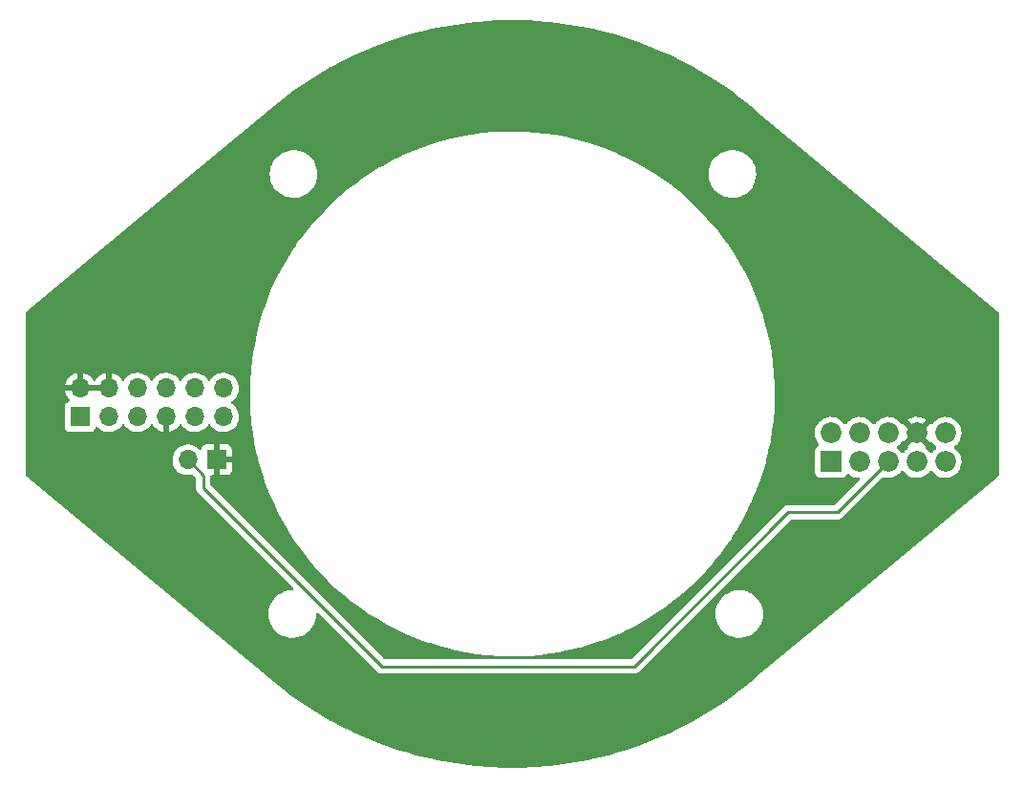
<source format=gbr>
%TF.GenerationSoftware,KiCad,Pcbnew,(6.0.0-0)*%
%TF.CreationDate,2022-02-24T10:59:22-05:00*%
%TF.ProjectId,Rotary,526f7461-7279-42e6-9b69-6361645f7063,rev?*%
%TF.SameCoordinates,Original*%
%TF.FileFunction,Copper,L4,Bot*%
%TF.FilePolarity,Positive*%
%FSLAX46Y46*%
G04 Gerber Fmt 4.6, Leading zero omitted, Abs format (unit mm)*
G04 Created by KiCad (PCBNEW (6.0.0-0)) date 2022-02-24 10:59:22*
%MOMM*%
%LPD*%
G01*
G04 APERTURE LIST*
%TA.AperFunction,ComponentPad*%
%ADD10O,1.700000X1.700000*%
%TD*%
%TA.AperFunction,ComponentPad*%
%ADD11R,1.700000X1.700000*%
%TD*%
%TA.AperFunction,ComponentPad*%
%ADD12R,1.836000X1.836000*%
%TD*%
%TA.AperFunction,ComponentPad*%
%ADD13C,1.836000*%
%TD*%
%TA.AperFunction,Conductor*%
%ADD14C,0.250000*%
%TD*%
G04 APERTURE END LIST*
D10*
%TO.P,J3,2,Pin_2*%
%TO.N,RTR_LIMIT*%
X117870000Y-103340000D03*
D11*
%TO.P,J3,1,Pin_1*%
%TO.N,GND*%
X120410000Y-103340000D03*
%TD*%
D12*
%TO.P,J2,1,Pin_1*%
%TO.N,RTR_ENB*%
X174853250Y-103503500D03*
D13*
%TO.P,J2,2,Pin_2*%
%TO.N,LKIT_C*%
X174853250Y-100963500D03*
%TO.P,J2,3,Pin_3*%
%TO.N,RTR_ENA*%
X177393250Y-103503500D03*
%TO.P,J2,4,Pin_4*%
%TO.N,LKIT_B*%
X177393250Y-100963500D03*
%TO.P,J2,5,Pin_5*%
%TO.N,RTR_LIMIT*%
X179933250Y-103503500D03*
%TO.P,J2,6,Pin_6*%
%TO.N,LKIT_A*%
X179933250Y-100963500D03*
%TO.P,J2,7,Pin_7*%
%TO.N,5V*%
X182473250Y-103503500D03*
%TO.P,J2,8,Pin_8*%
%TO.N,GND*%
X182473250Y-100963500D03*
%TO.P,J2,9,Pin_9*%
%TO.N,RMOT2*%
X185013250Y-103503500D03*
%TO.P,J2,10,Pin_10*%
%TO.N,RMOT1*%
X185013250Y-100963500D03*
%TD*%
D11*
%TO.P,J1,1,Pin_1*%
%TO.N,RTR_ENB*%
X108320000Y-99520000D03*
D10*
%TO.P,J1,2,Pin_2*%
%TO.N,GND*%
X108320000Y-96980000D03*
%TO.P,J1,3,Pin_3*%
%TO.N,RTR_ENA*%
X110860000Y-99520000D03*
%TO.P,J1,4,Pin_4*%
%TO.N,GND*%
X110860000Y-96980000D03*
%TO.P,J1,5,Pin_5*%
%TO.N,5V*%
X113400000Y-99520000D03*
%TO.P,J1,6,Pin_6*%
X113400000Y-96980000D03*
%TO.P,J1,7,Pin_7*%
%TO.N,GND*%
X115940000Y-99520000D03*
%TO.P,J1,8,Pin_8*%
%TO.N,LKIT_A*%
X115940000Y-96980000D03*
%TO.P,J1,9,Pin_9*%
%TO.N,RMOT1*%
X118480000Y-99520000D03*
%TO.P,J1,10,Pin_10*%
%TO.N,LKIT_B*%
X118480000Y-96980000D03*
%TO.P,J1,11,Pin_11*%
%TO.N,RMOT2*%
X121020000Y-99520000D03*
%TO.P,J1,12,Pin_12*%
%TO.N,LKIT_C*%
X121020000Y-96980000D03*
%TD*%
D14*
%TO.N,RTR_LIMIT*%
X175456750Y-107980000D02*
X171100000Y-107980000D01*
X171100000Y-107980000D02*
X157420000Y-121660000D01*
X119235489Y-104705489D02*
X117870000Y-103340000D01*
X135060000Y-121660000D02*
X119235489Y-105835489D01*
X179933250Y-103503500D02*
X175456750Y-107980000D01*
X119235489Y-105835489D02*
X119235489Y-104705489D01*
X157420000Y-121660000D02*
X135060000Y-121660000D01*
%TD*%
%TA.AperFunction,Conductor*%
%TO.N,GND*%
G36*
X146926719Y-64363028D02*
G01*
X147741021Y-64376785D01*
X147745260Y-64376929D01*
X148006563Y-64390182D01*
X148857858Y-64433360D01*
X148862104Y-64433647D01*
X149522691Y-64489574D01*
X149972216Y-64527632D01*
X149976404Y-64528058D01*
X151082666Y-64659483D01*
X151086876Y-64660055D01*
X152188114Y-64828778D01*
X152192272Y-64829488D01*
X153287160Y-65035309D01*
X153291289Y-65036158D01*
X153828408Y-65156042D01*
X154378587Y-65278842D01*
X154382725Y-65279839D01*
X155100918Y-65465815D01*
X155461224Y-65559116D01*
X155465305Y-65560247D01*
X155807310Y-65661252D01*
X156533711Y-65875782D01*
X156537772Y-65877056D01*
X157594934Y-66228508D01*
X157598950Y-66229919D01*
X158643619Y-66616872D01*
X158647586Y-66618418D01*
X159678608Y-67040445D01*
X159682519Y-67042124D01*
X160698670Y-67498724D01*
X160702521Y-67500533D01*
X161702712Y-67991217D01*
X161706457Y-67993134D01*
X162689512Y-68517328D01*
X162693192Y-68519370D01*
X163657953Y-69076456D01*
X163661603Y-69078646D01*
X164607020Y-69668016D01*
X164610593Y-69670329D01*
X165535505Y-70291258D01*
X165538999Y-70293690D01*
X166288973Y-70834802D01*
X166442433Y-70945525D01*
X166445842Y-70948073D01*
X167326752Y-71630058D01*
X167330074Y-71632721D01*
X168153265Y-72315714D01*
X168168615Y-72330846D01*
X168180935Y-72345271D01*
X168198450Y-72356732D01*
X168211990Y-72365593D01*
X168223480Y-72374079D01*
X172605508Y-76011989D01*
X189642481Y-90155890D01*
X189696483Y-90200722D01*
X189736120Y-90259625D01*
X189742000Y-90297668D01*
X189742000Y-104702332D01*
X189721998Y-104770453D01*
X189696484Y-104799277D01*
X177763368Y-114706015D01*
X168229420Y-122620991D01*
X168215337Y-122631129D01*
X168190449Y-122646560D01*
X168172505Y-122666559D01*
X168159177Y-122679381D01*
X167330074Y-123367279D01*
X167326752Y-123369942D01*
X166445842Y-124051927D01*
X166442436Y-124054473D01*
X166266344Y-124181525D01*
X165538999Y-124706310D01*
X165535505Y-124708742D01*
X164610593Y-125329671D01*
X164607020Y-125331984D01*
X163661603Y-125921354D01*
X163657959Y-125923541D01*
X162693192Y-126480630D01*
X162689512Y-126482672D01*
X161706457Y-127006866D01*
X161702712Y-127008783D01*
X160957777Y-127374241D01*
X160702523Y-127499466D01*
X160698670Y-127501276D01*
X159682519Y-127957876D01*
X159678608Y-127959555D01*
X158647586Y-128381582D01*
X158643619Y-128383128D01*
X157598950Y-128770081D01*
X157594934Y-128771492D01*
X156537772Y-129122944D01*
X156533711Y-129124218D01*
X155824853Y-129333567D01*
X155465305Y-129439753D01*
X155461224Y-129440884D01*
X155100918Y-129534185D01*
X154382725Y-129720161D01*
X154378587Y-129721158D01*
X153828408Y-129843958D01*
X153291289Y-129963842D01*
X153287160Y-129964691D01*
X152192272Y-130170512D01*
X152188114Y-130171222D01*
X151086880Y-130339945D01*
X151082666Y-130340517D01*
X149976404Y-130471942D01*
X149972216Y-130472368D01*
X149522691Y-130510426D01*
X148862104Y-130566353D01*
X148857858Y-130566640D01*
X148006563Y-130609818D01*
X147745260Y-130623071D01*
X147741021Y-130623215D01*
X146926719Y-130636972D01*
X146627128Y-130642033D01*
X146622872Y-130642033D01*
X146323281Y-130636972D01*
X145508979Y-130623215D01*
X145504740Y-130623071D01*
X145243437Y-130609818D01*
X144392142Y-130566640D01*
X144387896Y-130566353D01*
X143727309Y-130510426D01*
X143277784Y-130472368D01*
X143273596Y-130471942D01*
X142167334Y-130340517D01*
X142163120Y-130339945D01*
X141061886Y-130171222D01*
X141057728Y-130170512D01*
X139962840Y-129964691D01*
X139958711Y-129963842D01*
X139421592Y-129843958D01*
X138871413Y-129721158D01*
X138867275Y-129720161D01*
X138149082Y-129534185D01*
X137788776Y-129440884D01*
X137784695Y-129439753D01*
X137425147Y-129333567D01*
X136716289Y-129124218D01*
X136712228Y-129122944D01*
X135655066Y-128771492D01*
X135651050Y-128770081D01*
X134606381Y-128383128D01*
X134602414Y-128381582D01*
X133571392Y-127959555D01*
X133567481Y-127957876D01*
X132551330Y-127501276D01*
X132547477Y-127499466D01*
X132292223Y-127374241D01*
X131547288Y-127008783D01*
X131543543Y-127006866D01*
X130560488Y-126482672D01*
X130556808Y-126480630D01*
X129592041Y-125923541D01*
X129588397Y-125921354D01*
X128642980Y-125331984D01*
X128639407Y-125329671D01*
X127714495Y-124708742D01*
X127711001Y-124706310D01*
X126983656Y-124181525D01*
X126807564Y-124054473D01*
X126804158Y-124051927D01*
X125923248Y-123369942D01*
X125919926Y-123367279D01*
X125096735Y-122684286D01*
X125081385Y-122669154D01*
X125069065Y-122654729D01*
X125038010Y-122634407D01*
X125026520Y-122625921D01*
X117603030Y-116463024D01*
X103553517Y-104799277D01*
X103513880Y-104740375D01*
X103508000Y-104702332D01*
X103508000Y-103306695D01*
X116507251Y-103306695D01*
X116507548Y-103311848D01*
X116507548Y-103311851D01*
X116519532Y-103519695D01*
X116520110Y-103529715D01*
X116521247Y-103534761D01*
X116521248Y-103534767D01*
X116535606Y-103598475D01*
X116569222Y-103747639D01*
X116653266Y-103954616D01*
X116769987Y-104145088D01*
X116916250Y-104313938D01*
X117088126Y-104456632D01*
X117281000Y-104569338D01*
X117285825Y-104571180D01*
X117285826Y-104571181D01*
X117343326Y-104593138D01*
X117489692Y-104649030D01*
X117494760Y-104650061D01*
X117494763Y-104650062D01*
X117602003Y-104671880D01*
X117708597Y-104693567D01*
X117713772Y-104693757D01*
X117713774Y-104693757D01*
X117926673Y-104701564D01*
X117926677Y-104701564D01*
X117931837Y-104701753D01*
X117936957Y-104701097D01*
X117936959Y-104701097D01*
X118015512Y-104691034D01*
X118153416Y-104673368D01*
X118199826Y-104659444D01*
X118270821Y-104659026D01*
X118325129Y-104691034D01*
X118565084Y-104930989D01*
X118599110Y-104993301D01*
X118601989Y-105020084D01*
X118601989Y-105756722D01*
X118601462Y-105767905D01*
X118599787Y-105775398D01*
X118600036Y-105783324D01*
X118600036Y-105783325D01*
X118601927Y-105843475D01*
X118601989Y-105847434D01*
X118601989Y-105875345D01*
X118602486Y-105879279D01*
X118602486Y-105879280D01*
X118602494Y-105879345D01*
X118603427Y-105891182D01*
X118604816Y-105935378D01*
X118610467Y-105954828D01*
X118614476Y-105974189D01*
X118617015Y-105994286D01*
X118619934Y-106001657D01*
X118619934Y-106001659D01*
X118633293Y-106035401D01*
X118637138Y-106046631D01*
X118649471Y-106089082D01*
X118653504Y-106095901D01*
X118653506Y-106095906D01*
X118659782Y-106106517D01*
X118668477Y-106124265D01*
X118675937Y-106143106D01*
X118680599Y-106149522D01*
X118680599Y-106149523D01*
X118701925Y-106178876D01*
X118708441Y-106188796D01*
X118730947Y-106226851D01*
X118745268Y-106241172D01*
X118758108Y-106256205D01*
X118770017Y-106272596D01*
X118776123Y-106277647D01*
X118804094Y-106300787D01*
X118812873Y-106308777D01*
X127180763Y-114676667D01*
X127214789Y-114738979D01*
X127209724Y-114809794D01*
X127167177Y-114866630D01*
X127100657Y-114891441D01*
X127091015Y-114891760D01*
X127053949Y-114891566D01*
X126996614Y-114891265D01*
X126996608Y-114891265D01*
X126992328Y-114891243D01*
X126988083Y-114891802D01*
X126988081Y-114891802D01*
X126922784Y-114900399D01*
X126707365Y-114928760D01*
X126430129Y-115004603D01*
X126165752Y-115117369D01*
X126162071Y-115119572D01*
X125922806Y-115262768D01*
X125922802Y-115262771D01*
X125919124Y-115264972D01*
X125915781Y-115267650D01*
X125915777Y-115267653D01*
X125903243Y-115277695D01*
X125694811Y-115444681D01*
X125496963Y-115653170D01*
X125329240Y-115886581D01*
X125327231Y-115890376D01*
X125327230Y-115890377D01*
X125318458Y-115906945D01*
X125194746Y-116140596D01*
X125193271Y-116144627D01*
X125120592Y-116343233D01*
X125095971Y-116410512D01*
X125034741Y-116691337D01*
X125012698Y-116971415D01*
X125012190Y-116977874D01*
X125028735Y-117264820D01*
X125029560Y-117269025D01*
X125029561Y-117269033D01*
X125050920Y-117377897D01*
X125084070Y-117546865D01*
X125085457Y-117550916D01*
X125161206Y-117772161D01*
X125177171Y-117818792D01*
X125306316Y-118075567D01*
X125308742Y-118079096D01*
X125308745Y-118079102D01*
X125347587Y-118135617D01*
X125469114Y-118312439D01*
X125662553Y-118525026D01*
X125665841Y-118527775D01*
X125879761Y-118706641D01*
X125879766Y-118706645D01*
X125883053Y-118709393D01*
X125976012Y-118767706D01*
X126122895Y-118859846D01*
X126122899Y-118859848D01*
X126126535Y-118862129D01*
X126388493Y-118980407D01*
X126664079Y-119062040D01*
X126668313Y-119062688D01*
X126668318Y-119062689D01*
X126919095Y-119101063D01*
X126948195Y-119105516D01*
X127094580Y-119107815D01*
X127231291Y-119109963D01*
X127231297Y-119109963D01*
X127235582Y-119110030D01*
X127520923Y-119075500D01*
X127798937Y-119002565D01*
X127802897Y-119000925D01*
X127802902Y-119000923D01*
X127945911Y-118941686D01*
X128064481Y-118892573D01*
X128277216Y-118768261D01*
X128308943Y-118749721D01*
X128308944Y-118749721D01*
X128312641Y-118747560D01*
X128538823Y-118570210D01*
X128738844Y-118363804D01*
X128741377Y-118360356D01*
X128741381Y-118360351D01*
X128906464Y-118135617D01*
X128909002Y-118132162D01*
X129046149Y-117879571D01*
X129096947Y-117745137D01*
X129146227Y-117614721D01*
X129146228Y-117614718D01*
X129147745Y-117610703D01*
X129185889Y-117444156D01*
X129210954Y-117334718D01*
X129210955Y-117334714D01*
X129211912Y-117330534D01*
X129218661Y-117254922D01*
X129237243Y-117046715D01*
X129237463Y-117044250D01*
X129237546Y-117036316D01*
X129258259Y-116968408D01*
X129312399Y-116922479D01*
X129382774Y-116913111D01*
X129447043Y-116943278D01*
X129452634Y-116948539D01*
X134556348Y-122052253D01*
X134563888Y-122060539D01*
X134568000Y-122067018D01*
X134573777Y-122072443D01*
X134617651Y-122113643D01*
X134620493Y-122116398D01*
X134640230Y-122136135D01*
X134643427Y-122138615D01*
X134652447Y-122146318D01*
X134684679Y-122176586D01*
X134691625Y-122180405D01*
X134691628Y-122180407D01*
X134702434Y-122186348D01*
X134718953Y-122197199D01*
X134734959Y-122209614D01*
X134742228Y-122212759D01*
X134742232Y-122212762D01*
X134775537Y-122227174D01*
X134786187Y-122232391D01*
X134824940Y-122253695D01*
X134832615Y-122255666D01*
X134832616Y-122255666D01*
X134844562Y-122258733D01*
X134863267Y-122265137D01*
X134881855Y-122273181D01*
X134889678Y-122274420D01*
X134889688Y-122274423D01*
X134925524Y-122280099D01*
X134937144Y-122282505D01*
X134968959Y-122290673D01*
X134979970Y-122293500D01*
X135000224Y-122293500D01*
X135019934Y-122295051D01*
X135039943Y-122298220D01*
X135047835Y-122297474D01*
X135066580Y-122295702D01*
X135083962Y-122294059D01*
X135095819Y-122293500D01*
X157341233Y-122293500D01*
X157352416Y-122294027D01*
X157359909Y-122295702D01*
X157367835Y-122295453D01*
X157367836Y-122295453D01*
X157427986Y-122293562D01*
X157431945Y-122293500D01*
X157459856Y-122293500D01*
X157463791Y-122293003D01*
X157463856Y-122292995D01*
X157475693Y-122292062D01*
X157507951Y-122291048D01*
X157511970Y-122290922D01*
X157519889Y-122290673D01*
X157539343Y-122285021D01*
X157558700Y-122281013D01*
X157570930Y-122279468D01*
X157570931Y-122279468D01*
X157578797Y-122278474D01*
X157586168Y-122275555D01*
X157586170Y-122275555D01*
X157619912Y-122262196D01*
X157631142Y-122258351D01*
X157665983Y-122248229D01*
X157665984Y-122248229D01*
X157673593Y-122246018D01*
X157680412Y-122241985D01*
X157680417Y-122241983D01*
X157691028Y-122235707D01*
X157708776Y-122227012D01*
X157727617Y-122219552D01*
X157763387Y-122193564D01*
X157773307Y-122187048D01*
X157804535Y-122168580D01*
X157804538Y-122168578D01*
X157811362Y-122164542D01*
X157825683Y-122150221D01*
X157840717Y-122137380D01*
X157850694Y-122130131D01*
X157857107Y-122125472D01*
X157885298Y-122091395D01*
X157893288Y-122082616D01*
X162998030Y-116977874D01*
X164637190Y-116977874D01*
X164653735Y-117264820D01*
X164654560Y-117269025D01*
X164654561Y-117269033D01*
X164675920Y-117377897D01*
X164709070Y-117546865D01*
X164710457Y-117550916D01*
X164786206Y-117772161D01*
X164802171Y-117818792D01*
X164931316Y-118075567D01*
X164933742Y-118079096D01*
X164933745Y-118079102D01*
X164972587Y-118135617D01*
X165094114Y-118312439D01*
X165287553Y-118525026D01*
X165290841Y-118527775D01*
X165504761Y-118706641D01*
X165504766Y-118706645D01*
X165508053Y-118709393D01*
X165601012Y-118767706D01*
X165747895Y-118859846D01*
X165747899Y-118859848D01*
X165751535Y-118862129D01*
X166013493Y-118980407D01*
X166289079Y-119062040D01*
X166293313Y-119062688D01*
X166293318Y-119062689D01*
X166544095Y-119101063D01*
X166573195Y-119105516D01*
X166719580Y-119107815D01*
X166856291Y-119109963D01*
X166856297Y-119109963D01*
X166860582Y-119110030D01*
X167145923Y-119075500D01*
X167423937Y-119002565D01*
X167427897Y-119000925D01*
X167427902Y-119000923D01*
X167570911Y-118941686D01*
X167689481Y-118892573D01*
X167902216Y-118768261D01*
X167933943Y-118749721D01*
X167933944Y-118749721D01*
X167937641Y-118747560D01*
X168163823Y-118570210D01*
X168363844Y-118363804D01*
X168366377Y-118360356D01*
X168366381Y-118360351D01*
X168531464Y-118135617D01*
X168534002Y-118132162D01*
X168671149Y-117879571D01*
X168721947Y-117745137D01*
X168771227Y-117614721D01*
X168771228Y-117614718D01*
X168772745Y-117610703D01*
X168810889Y-117444156D01*
X168835954Y-117334718D01*
X168835955Y-117334714D01*
X168836912Y-117330534D01*
X168843661Y-117254922D01*
X168862243Y-117046715D01*
X168862463Y-117044250D01*
X168862926Y-117000000D01*
X168862757Y-116997519D01*
X168843669Y-116717520D01*
X168843668Y-116717514D01*
X168843377Y-116713243D01*
X168838841Y-116691337D01*
X168785962Y-116435998D01*
X168785091Y-116431792D01*
X168777556Y-116410512D01*
X168690579Y-116164897D01*
X168689148Y-116160856D01*
X168557321Y-115905447D01*
X168392052Y-115670293D01*
X168196397Y-115459743D01*
X167973978Y-115277695D01*
X167728910Y-115127517D01*
X167724993Y-115125798D01*
X167724990Y-115125796D01*
X167608678Y-115074739D01*
X167465728Y-115011989D01*
X167461600Y-115010813D01*
X167461597Y-115010812D01*
X167375693Y-114986342D01*
X167189302Y-114933247D01*
X167185060Y-114932643D01*
X167185054Y-114932642D01*
X166908998Y-114893353D01*
X166904747Y-114892748D01*
X166753246Y-114891955D01*
X166621614Y-114891265D01*
X166621608Y-114891265D01*
X166617328Y-114891243D01*
X166613083Y-114891802D01*
X166613081Y-114891802D01*
X166547784Y-114900399D01*
X166332365Y-114928760D01*
X166055129Y-115004603D01*
X165790752Y-115117369D01*
X165787071Y-115119572D01*
X165547806Y-115262768D01*
X165547802Y-115262771D01*
X165544124Y-115264972D01*
X165540781Y-115267650D01*
X165540777Y-115267653D01*
X165528243Y-115277695D01*
X165319811Y-115444681D01*
X165121963Y-115653170D01*
X164954240Y-115886581D01*
X164952231Y-115890376D01*
X164952230Y-115890377D01*
X164943458Y-115906945D01*
X164819746Y-116140596D01*
X164818271Y-116144627D01*
X164745592Y-116343233D01*
X164720971Y-116410512D01*
X164659741Y-116691337D01*
X164637698Y-116971415D01*
X164637190Y-116977874D01*
X162998030Y-116977874D01*
X171325499Y-108650405D01*
X171387811Y-108616379D01*
X171414594Y-108613500D01*
X175377983Y-108613500D01*
X175389166Y-108614027D01*
X175396659Y-108615702D01*
X175404585Y-108615453D01*
X175404586Y-108615453D01*
X175464736Y-108613562D01*
X175468695Y-108613500D01*
X175496606Y-108613500D01*
X175500541Y-108613003D01*
X175500606Y-108612995D01*
X175512443Y-108612062D01*
X175544701Y-108611048D01*
X175548720Y-108610922D01*
X175556639Y-108610673D01*
X175576093Y-108605021D01*
X175595450Y-108601013D01*
X175607680Y-108599468D01*
X175607681Y-108599468D01*
X175615547Y-108598474D01*
X175622918Y-108595555D01*
X175622920Y-108595555D01*
X175656662Y-108582196D01*
X175667892Y-108578351D01*
X175702733Y-108568229D01*
X175702734Y-108568229D01*
X175710343Y-108566018D01*
X175717162Y-108561985D01*
X175717167Y-108561983D01*
X175727778Y-108555707D01*
X175745526Y-108547012D01*
X175764367Y-108539552D01*
X175800137Y-108513564D01*
X175810057Y-108507048D01*
X175841285Y-108488580D01*
X175841288Y-108488578D01*
X175848112Y-108484542D01*
X175862433Y-108470221D01*
X175877467Y-108457380D01*
X175887444Y-108450131D01*
X175893857Y-108445472D01*
X175922048Y-108411395D01*
X175930038Y-108402616D01*
X179420135Y-104912520D01*
X179482447Y-104878494D01*
X179534351Y-104878145D01*
X179758697Y-104923789D01*
X179758705Y-104923790D01*
X179763768Y-104924820D01*
X179894980Y-104929631D01*
X179993018Y-104933226D01*
X179993022Y-104933226D01*
X179998182Y-104933415D01*
X180003302Y-104932759D01*
X180003304Y-104932759D01*
X180225726Y-104904267D01*
X180225729Y-104904266D01*
X180230853Y-104903610D01*
X180455531Y-104836203D01*
X180460170Y-104833930D01*
X180460176Y-104833928D01*
X180661545Y-104735278D01*
X180666183Y-104733006D01*
X180710263Y-104701564D01*
X180852939Y-104599794D01*
X180852943Y-104599790D01*
X180857151Y-104596789D01*
X181023308Y-104431212D01*
X181027107Y-104425926D01*
X181085631Y-104344480D01*
X181099018Y-104325850D01*
X181155012Y-104282203D01*
X181225715Y-104275757D01*
X181288679Y-104308560D01*
X181308772Y-104333541D01*
X181315475Y-104344480D01*
X181315481Y-104344488D01*
X181318176Y-104348886D01*
X181471760Y-104526188D01*
X181475735Y-104529488D01*
X181475739Y-104529492D01*
X181495291Y-104545724D01*
X181652239Y-104676025D01*
X181656691Y-104678627D01*
X181656696Y-104678630D01*
X181850309Y-104791768D01*
X181854767Y-104794373D01*
X182073905Y-104878054D01*
X182078971Y-104879085D01*
X182078972Y-104879085D01*
X182133976Y-104890275D01*
X182303768Y-104924820D01*
X182434980Y-104929631D01*
X182533018Y-104933226D01*
X182533022Y-104933226D01*
X182538182Y-104933415D01*
X182543302Y-104932759D01*
X182543304Y-104932759D01*
X182765726Y-104904267D01*
X182765729Y-104904266D01*
X182770853Y-104903610D01*
X182995531Y-104836203D01*
X183000170Y-104833930D01*
X183000176Y-104833928D01*
X183201545Y-104735278D01*
X183206183Y-104733006D01*
X183250263Y-104701564D01*
X183392939Y-104599794D01*
X183392943Y-104599790D01*
X183397151Y-104596789D01*
X183563308Y-104431212D01*
X183567107Y-104425926D01*
X183625631Y-104344480D01*
X183639018Y-104325850D01*
X183695012Y-104282203D01*
X183765715Y-104275757D01*
X183828679Y-104308560D01*
X183848772Y-104333541D01*
X183855475Y-104344480D01*
X183855481Y-104344488D01*
X183858176Y-104348886D01*
X184011760Y-104526188D01*
X184015735Y-104529488D01*
X184015739Y-104529492D01*
X184035291Y-104545724D01*
X184192239Y-104676025D01*
X184196691Y-104678627D01*
X184196696Y-104678630D01*
X184390309Y-104791768D01*
X184394767Y-104794373D01*
X184613905Y-104878054D01*
X184618971Y-104879085D01*
X184618972Y-104879085D01*
X184673976Y-104890275D01*
X184843768Y-104924820D01*
X184974980Y-104929631D01*
X185073018Y-104933226D01*
X185073022Y-104933226D01*
X185078182Y-104933415D01*
X185083302Y-104932759D01*
X185083304Y-104932759D01*
X185305726Y-104904267D01*
X185305729Y-104904266D01*
X185310853Y-104903610D01*
X185535531Y-104836203D01*
X185540170Y-104833930D01*
X185540176Y-104833928D01*
X185741545Y-104735278D01*
X185746183Y-104733006D01*
X185790263Y-104701564D01*
X185932939Y-104599794D01*
X185932943Y-104599790D01*
X185937151Y-104596789D01*
X186103308Y-104431212D01*
X186107107Y-104425926D01*
X186237172Y-104244920D01*
X186240190Y-104240720D01*
X186281130Y-104157885D01*
X186341828Y-104035071D01*
X186341829Y-104035069D01*
X186344122Y-104030429D01*
X186412312Y-103805988D01*
X186420658Y-103742596D01*
X186442493Y-103576745D01*
X186442494Y-103576738D01*
X186442930Y-103573423D01*
X186444639Y-103503500D01*
X186425419Y-103269717D01*
X186368273Y-103042212D01*
X186274738Y-102827096D01*
X186173998Y-102671375D01*
X186150133Y-102634485D01*
X186150131Y-102634482D01*
X186147325Y-102630145D01*
X185989455Y-102456648D01*
X185830298Y-102330954D01*
X185789236Y-102273038D01*
X185786004Y-102202115D01*
X185821629Y-102140704D01*
X185835222Y-102129495D01*
X185932938Y-102059794D01*
X185937151Y-102056789D01*
X186103308Y-101891212D01*
X186159661Y-101812789D01*
X186237172Y-101704920D01*
X186240190Y-101700720D01*
X186281130Y-101617885D01*
X186341828Y-101495071D01*
X186341829Y-101495069D01*
X186344122Y-101490429D01*
X186412312Y-101265988D01*
X186425909Y-101162711D01*
X186442493Y-101036745D01*
X186442494Y-101036738D01*
X186442930Y-101033423D01*
X186444639Y-100963500D01*
X186425419Y-100729717D01*
X186368273Y-100502212D01*
X186292954Y-100328990D01*
X186276798Y-100291833D01*
X186276796Y-100291830D01*
X186274738Y-100287096D01*
X186147325Y-100090145D01*
X185989455Y-99916648D01*
X185805369Y-99771266D01*
X185693870Y-99709715D01*
X185604540Y-99660402D01*
X185604538Y-99660401D01*
X185600009Y-99657901D01*
X185468464Y-99611319D01*
X185383764Y-99581325D01*
X185383761Y-99581324D01*
X185378892Y-99579600D01*
X185373803Y-99578693D01*
X185373801Y-99578693D01*
X185153045Y-99539370D01*
X185153039Y-99539369D01*
X185147956Y-99538464D01*
X185057258Y-99537356D01*
X184918570Y-99535661D01*
X184918568Y-99535661D01*
X184913401Y-99535598D01*
X184681529Y-99571079D01*
X184458564Y-99643955D01*
X184250497Y-99752268D01*
X184246364Y-99755371D01*
X184246361Y-99755373D01*
X184067048Y-99890005D01*
X184062913Y-99893110D01*
X183900852Y-100062698D01*
X183897938Y-100066970D01*
X183897937Y-100066971D01*
X183845331Y-100144089D01*
X183790420Y-100189092D01*
X183719895Y-100197263D01*
X183659019Y-100168558D01*
X183644806Y-100156317D01*
X183635240Y-100160721D01*
X182845271Y-100950689D01*
X182837658Y-100964632D01*
X182837789Y-100966466D01*
X182842040Y-100973080D01*
X183632455Y-101763494D01*
X183644461Y-101770050D01*
X183662856Y-101755997D01*
X183729131Y-101730538D01*
X183798649Y-101744951D01*
X183846778Y-101790288D01*
X183855472Y-101804475D01*
X183855476Y-101804480D01*
X183858176Y-101808886D01*
X184011760Y-101986188D01*
X184015735Y-101989488D01*
X184015739Y-101989492D01*
X184192239Y-102136025D01*
X184191520Y-102136892D01*
X184232423Y-102188059D01*
X184239735Y-102258678D01*
X184207707Y-102322040D01*
X184191479Y-102336580D01*
X184081590Y-102419087D01*
X184062913Y-102433110D01*
X183900852Y-102602698D01*
X183897938Y-102606970D01*
X183897937Y-102606971D01*
X183847955Y-102680242D01*
X183793044Y-102725245D01*
X183722519Y-102733416D01*
X183658772Y-102702162D01*
X183638077Y-102677681D01*
X183607325Y-102630145D01*
X183449455Y-102456648D01*
X183287496Y-102328741D01*
X183246433Y-102270824D01*
X183243201Y-102199901D01*
X183266483Y-102152050D01*
X183279651Y-102135278D01*
X183272665Y-102122126D01*
X182486061Y-101335521D01*
X182472118Y-101327908D01*
X182470284Y-101328039D01*
X182463670Y-101332290D01*
X181670271Y-102125690D01*
X181663514Y-102138064D01*
X181678917Y-102158639D01*
X181703729Y-102225159D01*
X181688639Y-102294533D01*
X181653703Y-102334910D01*
X181541590Y-102419087D01*
X181522913Y-102433110D01*
X181360852Y-102602698D01*
X181357938Y-102606970D01*
X181357937Y-102606971D01*
X181307955Y-102680242D01*
X181253044Y-102725245D01*
X181182519Y-102733416D01*
X181118772Y-102702162D01*
X181098077Y-102677681D01*
X181067325Y-102630145D01*
X180909455Y-102456648D01*
X180750298Y-102330954D01*
X180709236Y-102273038D01*
X180706004Y-102202115D01*
X180741629Y-102140704D01*
X180755222Y-102129495D01*
X180852938Y-102059794D01*
X180857151Y-102056789D01*
X181023308Y-101891212D01*
X181079657Y-101812794D01*
X181102300Y-101781283D01*
X181158295Y-101737635D01*
X181228998Y-101731189D01*
X181289155Y-101761373D01*
X181300714Y-101771831D01*
X181309492Y-101768047D01*
X182101229Y-100976311D01*
X182108842Y-100962368D01*
X182108711Y-100960534D01*
X182104460Y-100953920D01*
X181314158Y-100163619D01*
X181302627Y-100157322D01*
X181283891Y-100172001D01*
X181217932Y-100198268D01*
X181148243Y-100184705D01*
X181100391Y-100141257D01*
X181070133Y-100094485D01*
X181070131Y-100094482D01*
X181067325Y-100090145D01*
X180909455Y-99916648D01*
X180750806Y-99791355D01*
X181665902Y-99791355D01*
X181672646Y-99803685D01*
X182460439Y-100591479D01*
X182474382Y-100599092D01*
X182476216Y-100598961D01*
X182482830Y-100594710D01*
X183275059Y-99802480D01*
X183282076Y-99789629D01*
X183274303Y-99778959D01*
X183269149Y-99774889D01*
X183260560Y-99769183D01*
X183064335Y-99660860D01*
X183054926Y-99656632D01*
X182843636Y-99581810D01*
X182833673Y-99579178D01*
X182612997Y-99539869D01*
X182602745Y-99538900D01*
X182378606Y-99536162D01*
X182368322Y-99536882D01*
X182146758Y-99570786D01*
X182136730Y-99573175D01*
X181923677Y-99642811D01*
X181914167Y-99646808D01*
X181715353Y-99750304D01*
X181706628Y-99755798D01*
X181674355Y-99780030D01*
X181665902Y-99791355D01*
X180750806Y-99791355D01*
X180725369Y-99771266D01*
X180613870Y-99709715D01*
X180524540Y-99660402D01*
X180524538Y-99660401D01*
X180520009Y-99657901D01*
X180388464Y-99611319D01*
X180303764Y-99581325D01*
X180303761Y-99581324D01*
X180298892Y-99579600D01*
X180293803Y-99578693D01*
X180293801Y-99578693D01*
X180073045Y-99539370D01*
X180073039Y-99539369D01*
X180067956Y-99538464D01*
X179977258Y-99537356D01*
X179838570Y-99535661D01*
X179838568Y-99535661D01*
X179833401Y-99535598D01*
X179601529Y-99571079D01*
X179378564Y-99643955D01*
X179170497Y-99752268D01*
X179166364Y-99755371D01*
X179166361Y-99755373D01*
X178987048Y-99890005D01*
X178982913Y-99893110D01*
X178820852Y-100062698D01*
X178817938Y-100066970D01*
X178817937Y-100066971D01*
X178767955Y-100140242D01*
X178713044Y-100185245D01*
X178642519Y-100193416D01*
X178578772Y-100162162D01*
X178558077Y-100137681D01*
X178527325Y-100090145D01*
X178369455Y-99916648D01*
X178185369Y-99771266D01*
X178073870Y-99709715D01*
X177984540Y-99660402D01*
X177984538Y-99660401D01*
X177980009Y-99657901D01*
X177848464Y-99611319D01*
X177763764Y-99581325D01*
X177763761Y-99581324D01*
X177758892Y-99579600D01*
X177753803Y-99578693D01*
X177753801Y-99578693D01*
X177533045Y-99539370D01*
X177533039Y-99539369D01*
X177527956Y-99538464D01*
X177437258Y-99537356D01*
X177298570Y-99535661D01*
X177298568Y-99535661D01*
X177293401Y-99535598D01*
X177061529Y-99571079D01*
X176838564Y-99643955D01*
X176630497Y-99752268D01*
X176626364Y-99755371D01*
X176626361Y-99755373D01*
X176447048Y-99890005D01*
X176442913Y-99893110D01*
X176280852Y-100062698D01*
X176277938Y-100066970D01*
X176277937Y-100066971D01*
X176227955Y-100140242D01*
X176173044Y-100185245D01*
X176102519Y-100193416D01*
X176038772Y-100162162D01*
X176018077Y-100137681D01*
X175987325Y-100090145D01*
X175829455Y-99916648D01*
X175645369Y-99771266D01*
X175533870Y-99709715D01*
X175444540Y-99660402D01*
X175444538Y-99660401D01*
X175440009Y-99657901D01*
X175308464Y-99611319D01*
X175223764Y-99581325D01*
X175223761Y-99581324D01*
X175218892Y-99579600D01*
X175213803Y-99578693D01*
X175213801Y-99578693D01*
X174993045Y-99539370D01*
X174993039Y-99539369D01*
X174987956Y-99538464D01*
X174897258Y-99537356D01*
X174758570Y-99535661D01*
X174758568Y-99535661D01*
X174753401Y-99535598D01*
X174521529Y-99571079D01*
X174298564Y-99643955D01*
X174090497Y-99752268D01*
X174086364Y-99755371D01*
X174086361Y-99755373D01*
X173907048Y-99890005D01*
X173902913Y-99893110D01*
X173740852Y-100062698D01*
X173737938Y-100066970D01*
X173737937Y-100066971D01*
X173657256Y-100185245D01*
X173608665Y-100256477D01*
X173606485Y-100261174D01*
X173512078Y-100464553D01*
X173512076Y-100464558D01*
X173509901Y-100469244D01*
X173447215Y-100695284D01*
X173422288Y-100928528D01*
X173422585Y-100933680D01*
X173422585Y-100933684D01*
X173428143Y-101030071D01*
X173435791Y-101162711D01*
X173436928Y-101167757D01*
X173436929Y-101167763D01*
X173460180Y-101270932D01*
X173487361Y-101391544D01*
X173575612Y-101608881D01*
X173698176Y-101808886D01*
X173790396Y-101915348D01*
X173819878Y-101979931D01*
X173809763Y-102050203D01*
X173763262Y-102103852D01*
X173739387Y-102115825D01*
X173696955Y-102131732D01*
X173696954Y-102131733D01*
X173688545Y-102134885D01*
X173571989Y-102222239D01*
X173484635Y-102338795D01*
X173433505Y-102475184D01*
X173426750Y-102537366D01*
X173426750Y-104469634D01*
X173433505Y-104531816D01*
X173484635Y-104668205D01*
X173571989Y-104784761D01*
X173688545Y-104872115D01*
X173824934Y-104923245D01*
X173887116Y-104930000D01*
X175819384Y-104930000D01*
X175881566Y-104923245D01*
X176017955Y-104872115D01*
X176134511Y-104784761D01*
X176221865Y-104668205D01*
X176229745Y-104647185D01*
X176240615Y-104618190D01*
X176283257Y-104561426D01*
X176349819Y-104536726D01*
X176419167Y-104551934D01*
X176439082Y-104565476D01*
X176552267Y-104659444D01*
X176572239Y-104676025D01*
X176576691Y-104678627D01*
X176576696Y-104678630D01*
X176770309Y-104791768D01*
X176774767Y-104794373D01*
X176993905Y-104878054D01*
X176998971Y-104879085D01*
X176998972Y-104879085D01*
X177053976Y-104890275D01*
X177223768Y-104924820D01*
X177313257Y-104928101D01*
X177380598Y-104950585D01*
X177425093Y-105005908D01*
X177432616Y-105076505D01*
X177397734Y-105143111D01*
X175231250Y-107309595D01*
X175168938Y-107343621D01*
X175142155Y-107346500D01*
X171178768Y-107346500D01*
X171167585Y-107345973D01*
X171160092Y-107344298D01*
X171152166Y-107344547D01*
X171152165Y-107344547D01*
X171092002Y-107346438D01*
X171088044Y-107346500D01*
X171060144Y-107346500D01*
X171056154Y-107347004D01*
X171044320Y-107347936D01*
X171000111Y-107349326D01*
X170992495Y-107351539D01*
X170992493Y-107351539D01*
X170980652Y-107354979D01*
X170961293Y-107358988D01*
X170959983Y-107359154D01*
X170941203Y-107361526D01*
X170933837Y-107364442D01*
X170933831Y-107364444D01*
X170900098Y-107377800D01*
X170888868Y-107381645D01*
X170861569Y-107389576D01*
X170846407Y-107393981D01*
X170839584Y-107398016D01*
X170828966Y-107404295D01*
X170811213Y-107412992D01*
X170803568Y-107416019D01*
X170792383Y-107420448D01*
X170785968Y-107425109D01*
X170756612Y-107446437D01*
X170746695Y-107452951D01*
X170708638Y-107475458D01*
X170694317Y-107489779D01*
X170679284Y-107502619D01*
X170662893Y-107514528D01*
X170657842Y-107520634D01*
X170634702Y-107548605D01*
X170626712Y-107557384D01*
X157194500Y-120989595D01*
X157132188Y-121023621D01*
X157105405Y-121026500D01*
X135374594Y-121026500D01*
X135306473Y-121006498D01*
X135285499Y-120989595D01*
X119905894Y-105609989D01*
X119871868Y-105547677D01*
X119868989Y-105520894D01*
X119868989Y-104824000D01*
X119888991Y-104755879D01*
X119942647Y-104709386D01*
X119994989Y-104698000D01*
X120137885Y-104698000D01*
X120153124Y-104693525D01*
X120154329Y-104692135D01*
X120156000Y-104684452D01*
X120156000Y-104679884D01*
X120664000Y-104679884D01*
X120668475Y-104695123D01*
X120669865Y-104696328D01*
X120677548Y-104697999D01*
X121304669Y-104697999D01*
X121311490Y-104697629D01*
X121362352Y-104692105D01*
X121377604Y-104688479D01*
X121498054Y-104643324D01*
X121513649Y-104634786D01*
X121615724Y-104558285D01*
X121628285Y-104545724D01*
X121704786Y-104443649D01*
X121713324Y-104428054D01*
X121758478Y-104307606D01*
X121762105Y-104292351D01*
X121767631Y-104241486D01*
X121768000Y-104234672D01*
X121768000Y-103612115D01*
X121763525Y-103596876D01*
X121762135Y-103595671D01*
X121754452Y-103594000D01*
X120682115Y-103594000D01*
X120666876Y-103598475D01*
X120665671Y-103599865D01*
X120664000Y-103607548D01*
X120664000Y-104679884D01*
X120156000Y-104679884D01*
X120156000Y-103067885D01*
X120664000Y-103067885D01*
X120668475Y-103083124D01*
X120669865Y-103084329D01*
X120677548Y-103086000D01*
X121749884Y-103086000D01*
X121765123Y-103081525D01*
X121766328Y-103080135D01*
X121767999Y-103072452D01*
X121767999Y-102445331D01*
X121767629Y-102438510D01*
X121762105Y-102387648D01*
X121758479Y-102372396D01*
X121713324Y-102251946D01*
X121704786Y-102236351D01*
X121628285Y-102134276D01*
X121615724Y-102121715D01*
X121513649Y-102045214D01*
X121498054Y-102036676D01*
X121377606Y-101991522D01*
X121362351Y-101987895D01*
X121311486Y-101982369D01*
X121304672Y-101982000D01*
X120682115Y-101982000D01*
X120666876Y-101986475D01*
X120665671Y-101987865D01*
X120664000Y-101995548D01*
X120664000Y-103067885D01*
X120156000Y-103067885D01*
X120156000Y-102000116D01*
X120151525Y-101984877D01*
X120150135Y-101983672D01*
X120142452Y-101982001D01*
X119515331Y-101982001D01*
X119508510Y-101982371D01*
X119457648Y-101987895D01*
X119442396Y-101991521D01*
X119321946Y-102036676D01*
X119306351Y-102045214D01*
X119204276Y-102121715D01*
X119191715Y-102134276D01*
X119115214Y-102236351D01*
X119106676Y-102251946D01*
X119065297Y-102362322D01*
X119022655Y-102419087D01*
X118956093Y-102443786D01*
X118886744Y-102428578D01*
X118854121Y-102402891D01*
X118803151Y-102346876D01*
X118803148Y-102346873D01*
X118799670Y-102343051D01*
X118795619Y-102339852D01*
X118795615Y-102339848D01*
X118628414Y-102207800D01*
X118628410Y-102207798D01*
X118624359Y-102204598D01*
X118615851Y-102199901D01*
X118529168Y-102152050D01*
X118428789Y-102096638D01*
X118423920Y-102094914D01*
X118423916Y-102094912D01*
X118223087Y-102023795D01*
X118223083Y-102023794D01*
X118218212Y-102022069D01*
X118213119Y-102021162D01*
X118213116Y-102021161D01*
X118003373Y-101983800D01*
X118003367Y-101983799D01*
X117998284Y-101982894D01*
X117924452Y-101981992D01*
X117780081Y-101980228D01*
X117780079Y-101980228D01*
X117774911Y-101980165D01*
X117554091Y-102013955D01*
X117341756Y-102083357D01*
X117143607Y-102186507D01*
X117139474Y-102189610D01*
X117139471Y-102189612D01*
X116977443Y-102311266D01*
X116964965Y-102320635D01*
X116810629Y-102482138D01*
X116684743Y-102666680D01*
X116668273Y-102702162D01*
X116600102Y-102849025D01*
X116590688Y-102869305D01*
X116530989Y-103084570D01*
X116507251Y-103306695D01*
X103508000Y-103306695D01*
X103508000Y-100418134D01*
X106961500Y-100418134D01*
X106968255Y-100480316D01*
X107019385Y-100616705D01*
X107106739Y-100733261D01*
X107223295Y-100820615D01*
X107359684Y-100871745D01*
X107421866Y-100878500D01*
X109218134Y-100878500D01*
X109280316Y-100871745D01*
X109416705Y-100820615D01*
X109533261Y-100733261D01*
X109620615Y-100616705D01*
X109642799Y-100557529D01*
X109664598Y-100499382D01*
X109707240Y-100442618D01*
X109773802Y-100417918D01*
X109843150Y-100433126D01*
X109877817Y-100461114D01*
X109906250Y-100493938D01*
X110078126Y-100636632D01*
X110271000Y-100749338D01*
X110479692Y-100829030D01*
X110484760Y-100830061D01*
X110484763Y-100830062D01*
X110579862Y-100849410D01*
X110698597Y-100873567D01*
X110703772Y-100873757D01*
X110703774Y-100873757D01*
X110916673Y-100881564D01*
X110916677Y-100881564D01*
X110921837Y-100881753D01*
X110926957Y-100881097D01*
X110926959Y-100881097D01*
X111138288Y-100854025D01*
X111138289Y-100854025D01*
X111143416Y-100853368D01*
X111148366Y-100851883D01*
X111352429Y-100790661D01*
X111352434Y-100790659D01*
X111357384Y-100789174D01*
X111557994Y-100690896D01*
X111739860Y-100561173D01*
X111898096Y-100403489D01*
X112028453Y-100222077D01*
X112029776Y-100223028D01*
X112076645Y-100179857D01*
X112146580Y-100167625D01*
X112212026Y-100195144D01*
X112239875Y-100226994D01*
X112299987Y-100325088D01*
X112446250Y-100493938D01*
X112618126Y-100636632D01*
X112811000Y-100749338D01*
X113019692Y-100829030D01*
X113024760Y-100830061D01*
X113024763Y-100830062D01*
X113119862Y-100849410D01*
X113238597Y-100873567D01*
X113243772Y-100873757D01*
X113243774Y-100873757D01*
X113456673Y-100881564D01*
X113456677Y-100881564D01*
X113461837Y-100881753D01*
X113466957Y-100881097D01*
X113466959Y-100881097D01*
X113678288Y-100854025D01*
X113678289Y-100854025D01*
X113683416Y-100853368D01*
X113688366Y-100851883D01*
X113892429Y-100790661D01*
X113892434Y-100790659D01*
X113897384Y-100789174D01*
X114097994Y-100690896D01*
X114279860Y-100561173D01*
X114438096Y-100403489D01*
X114568453Y-100222077D01*
X114569640Y-100222930D01*
X114616960Y-100179362D01*
X114686897Y-100167145D01*
X114752338Y-100194678D01*
X114780166Y-100226511D01*
X114837694Y-100320388D01*
X114843777Y-100328699D01*
X114983213Y-100489667D01*
X114990580Y-100496883D01*
X115154434Y-100632916D01*
X115162881Y-100638831D01*
X115346756Y-100746279D01*
X115356042Y-100750729D01*
X115555001Y-100826703D01*
X115564899Y-100829579D01*
X115668250Y-100850606D01*
X115682299Y-100849410D01*
X115686000Y-100839065D01*
X115686000Y-99392000D01*
X115706002Y-99323879D01*
X115759658Y-99277386D01*
X115812000Y-99266000D01*
X116068000Y-99266000D01*
X116136121Y-99286002D01*
X116182614Y-99339658D01*
X116194000Y-99392000D01*
X116194000Y-100838517D01*
X116198064Y-100852359D01*
X116211478Y-100854393D01*
X116218184Y-100853534D01*
X116228262Y-100851392D01*
X116432255Y-100790191D01*
X116441842Y-100786433D01*
X116633095Y-100692739D01*
X116641945Y-100687464D01*
X116815328Y-100563792D01*
X116823200Y-100557139D01*
X116974052Y-100406812D01*
X116980730Y-100398965D01*
X117108022Y-100221819D01*
X117109279Y-100222722D01*
X117156373Y-100179362D01*
X117226311Y-100167145D01*
X117291751Y-100194678D01*
X117319579Y-100226511D01*
X117379987Y-100325088D01*
X117526250Y-100493938D01*
X117698126Y-100636632D01*
X117891000Y-100749338D01*
X118099692Y-100829030D01*
X118104760Y-100830061D01*
X118104763Y-100830062D01*
X118199862Y-100849410D01*
X118318597Y-100873567D01*
X118323772Y-100873757D01*
X118323774Y-100873757D01*
X118536673Y-100881564D01*
X118536677Y-100881564D01*
X118541837Y-100881753D01*
X118546957Y-100881097D01*
X118546959Y-100881097D01*
X118758288Y-100854025D01*
X118758289Y-100854025D01*
X118763416Y-100853368D01*
X118768366Y-100851883D01*
X118972429Y-100790661D01*
X118972434Y-100790659D01*
X118977384Y-100789174D01*
X119177994Y-100690896D01*
X119359860Y-100561173D01*
X119518096Y-100403489D01*
X119648453Y-100222077D01*
X119649776Y-100223028D01*
X119696645Y-100179857D01*
X119766580Y-100167625D01*
X119832026Y-100195144D01*
X119859875Y-100226994D01*
X119919987Y-100325088D01*
X120066250Y-100493938D01*
X120238126Y-100636632D01*
X120431000Y-100749338D01*
X120639692Y-100829030D01*
X120644760Y-100830061D01*
X120644763Y-100830062D01*
X120739862Y-100849410D01*
X120858597Y-100873567D01*
X120863772Y-100873757D01*
X120863774Y-100873757D01*
X121076673Y-100881564D01*
X121076677Y-100881564D01*
X121081837Y-100881753D01*
X121086957Y-100881097D01*
X121086959Y-100881097D01*
X121298288Y-100854025D01*
X121298289Y-100854025D01*
X121303416Y-100853368D01*
X121308366Y-100851883D01*
X121512429Y-100790661D01*
X121512434Y-100790659D01*
X121517384Y-100789174D01*
X121717994Y-100690896D01*
X121899860Y-100561173D01*
X122058096Y-100403489D01*
X122188453Y-100222077D01*
X122201995Y-100194678D01*
X122285136Y-100026453D01*
X122285137Y-100026451D01*
X122287430Y-100021811D01*
X122325397Y-99896848D01*
X122350865Y-99813023D01*
X122350865Y-99813021D01*
X122352370Y-99808069D01*
X122381529Y-99586590D01*
X122382705Y-99538464D01*
X122383074Y-99523365D01*
X122383074Y-99523361D01*
X122383156Y-99520000D01*
X122364852Y-99297361D01*
X122310431Y-99080702D01*
X122221354Y-98875840D01*
X122100014Y-98688277D01*
X121949670Y-98523051D01*
X121945619Y-98519852D01*
X121945615Y-98519848D01*
X121778414Y-98387800D01*
X121778410Y-98387798D01*
X121774359Y-98384598D01*
X121733053Y-98361796D01*
X121683084Y-98311364D01*
X121668312Y-98241921D01*
X121693428Y-98175516D01*
X121720780Y-98148909D01*
X121764603Y-98117650D01*
X121899860Y-98021173D01*
X121924906Y-97996215D01*
X122054435Y-97867137D01*
X122058096Y-97863489D01*
X122188453Y-97682077D01*
X122201995Y-97654678D01*
X122285136Y-97486453D01*
X122285137Y-97486451D01*
X122287430Y-97481811D01*
X122352370Y-97268069D01*
X122353907Y-97256395D01*
X123363307Y-97256395D01*
X123363319Y-97257656D01*
X123363319Y-97257665D01*
X123364517Y-97382446D01*
X123365645Y-97500000D01*
X123372270Y-98190125D01*
X123372334Y-98191409D01*
X123372334Y-98191412D01*
X123374865Y-98242245D01*
X123418698Y-99122743D01*
X123418813Y-99124017D01*
X123418814Y-99124034D01*
X123467156Y-99660402D01*
X123502517Y-100052746D01*
X123502682Y-100054007D01*
X123502683Y-100054017D01*
X123622052Y-100966865D01*
X123623591Y-100978636D01*
X123623810Y-100979910D01*
X123748390Y-101704920D01*
X123781725Y-101898921D01*
X123833246Y-102140271D01*
X123953192Y-102702162D01*
X123976664Y-102812119D01*
X123976964Y-102813292D01*
X123976969Y-102813313D01*
X124185406Y-103628069D01*
X124208095Y-103716758D01*
X124208451Y-103717948D01*
X124208452Y-103717952D01*
X124334877Y-104140689D01*
X124475643Y-104611380D01*
X124476043Y-104612546D01*
X124476052Y-104612573D01*
X124684180Y-105218735D01*
X124778880Y-105494545D01*
X125117314Y-106364828D01*
X125490402Y-107220829D01*
X125490949Y-107221959D01*
X125490955Y-107221971D01*
X125896989Y-108060024D01*
X125897543Y-108061167D01*
X126338080Y-108884489D01*
X126338716Y-108885571D01*
X126338720Y-108885578D01*
X126710018Y-109517176D01*
X126811303Y-109689468D01*
X127316450Y-110474807D01*
X127852707Y-111239241D01*
X128419211Y-111981539D01*
X129015047Y-112700503D01*
X129639258Y-113394977D01*
X130290835Y-114063840D01*
X130291726Y-114064684D01*
X130291731Y-114064689D01*
X130967821Y-114705153D01*
X130968731Y-114706015D01*
X131671852Y-115320468D01*
X132399065Y-115906209D01*
X133149200Y-116462293D01*
X133519407Y-116714358D01*
X133825074Y-116922479D01*
X133921047Y-116987825D01*
X133922117Y-116988492D01*
X133922138Y-116988506D01*
X134371950Y-117269033D01*
X134713363Y-117481957D01*
X135524871Y-117943895D01*
X136354263Y-118372894D01*
X136355393Y-118373422D01*
X136355411Y-118373431D01*
X137199016Y-118767706D01*
X137199026Y-118767710D01*
X137200204Y-118768261D01*
X137201406Y-118768765D01*
X138015229Y-119110030D01*
X138061330Y-119129362D01*
X138936254Y-119455612D01*
X138937447Y-119456003D01*
X139640989Y-119686636D01*
X139823566Y-119746488D01*
X140721837Y-120001520D01*
X140723055Y-120001814D01*
X140723072Y-120001818D01*
X141628407Y-120220005D01*
X141629619Y-120220297D01*
X141630839Y-120220540D01*
X141630845Y-120220541D01*
X142544205Y-120402220D01*
X142544226Y-120402224D01*
X142545449Y-120402467D01*
X143467853Y-120547736D01*
X143469136Y-120547886D01*
X143469139Y-120547886D01*
X144394090Y-120655725D01*
X144394094Y-120655725D01*
X144395343Y-120655871D01*
X144719819Y-120680553D01*
X145325160Y-120726601D01*
X145325175Y-120726602D01*
X145326426Y-120726697D01*
X145327688Y-120726742D01*
X145327703Y-120726743D01*
X146258338Y-120760054D01*
X146258348Y-120760054D01*
X146259601Y-120760099D01*
X146260829Y-120760094D01*
X146260851Y-120760094D01*
X146719861Y-120758091D01*
X147193365Y-120756025D01*
X147194616Y-120755969D01*
X147194628Y-120755969D01*
X148124941Y-120714537D01*
X148124958Y-120714536D01*
X148126213Y-120714480D01*
X149056642Y-120635532D01*
X149983154Y-120519308D01*
X150724946Y-120395840D01*
X150903018Y-120366201D01*
X150903023Y-120366200D01*
X150904255Y-120365995D01*
X151818461Y-120175839D01*
X151819678Y-120175534D01*
X151819693Y-120175531D01*
X152513837Y-120001818D01*
X152724299Y-119949149D01*
X152965556Y-119878372D01*
X153619125Y-119686636D01*
X153619141Y-119686631D01*
X153620310Y-119686288D01*
X153621476Y-119685895D01*
X153621487Y-119685891D01*
X154503853Y-119388084D01*
X154505050Y-119387680D01*
X155241860Y-119105583D01*
X155375931Y-119054252D01*
X155375936Y-119054250D01*
X155377093Y-119053807D01*
X155378220Y-119053323D01*
X156233899Y-118685695D01*
X156233920Y-118685686D01*
X156235036Y-118685206D01*
X156887220Y-118373431D01*
X157076346Y-118283020D01*
X157076354Y-118283016D01*
X157077494Y-118282471D01*
X157455673Y-118082658D01*
X157901987Y-117846845D01*
X157901992Y-117846842D01*
X157903111Y-117846251D01*
X158283742Y-117625163D01*
X158709442Y-117377897D01*
X158709455Y-117377889D01*
X158710557Y-117377249D01*
X158711637Y-117376562D01*
X158711649Y-117376555D01*
X159234269Y-117044250D01*
X159498530Y-116876221D01*
X160169848Y-116410512D01*
X160264756Y-116344672D01*
X160264760Y-116344669D01*
X160265762Y-116343974D01*
X161011015Y-115781365D01*
X161733090Y-115189300D01*
X162430822Y-114568735D01*
X163103088Y-113920668D01*
X163114966Y-113908261D01*
X163747941Y-113247047D01*
X163747953Y-113247034D01*
X163748804Y-113246145D01*
X164366930Y-112546251D01*
X164826678Y-111981539D01*
X164955670Y-111823097D01*
X164955677Y-111823088D01*
X164956470Y-111822114D01*
X165516474Y-111074901D01*
X165517180Y-111073876D01*
X165517192Y-111073859D01*
X166045336Y-110306838D01*
X166046040Y-110305816D01*
X166171483Y-110107002D01*
X166543636Y-109517176D01*
X166543648Y-109517157D01*
X166544315Y-109516099D01*
X167010495Y-108707021D01*
X167443830Y-107879886D01*
X167632777Y-107481067D01*
X167843074Y-107037185D01*
X167843085Y-107037160D01*
X167843622Y-107036027D01*
X168051860Y-106546636D01*
X168208731Y-106177967D01*
X168208736Y-106177955D01*
X168209226Y-106176803D01*
X168209676Y-106175616D01*
X168539609Y-105304772D01*
X168539615Y-105304754D01*
X168540053Y-105303599D01*
X168835571Y-104417822D01*
X168841349Y-104397872D01*
X169094958Y-103522091D01*
X169094960Y-103522083D01*
X169095303Y-103520899D01*
X169139904Y-103340000D01*
X169291470Y-102725245D01*
X169318830Y-102614275D01*
X169334548Y-102537366D01*
X169505540Y-101700650D01*
X169505542Y-101700640D01*
X169505793Y-101699411D01*
X169655890Y-100777781D01*
X169659133Y-100751181D01*
X169763730Y-99893110D01*
X169768879Y-99850870D01*
X169844579Y-98920170D01*
X169846204Y-98880590D01*
X169876128Y-98151392D01*
X169882867Y-97987183D01*
X169884128Y-97866812D01*
X169887959Y-97500985D01*
X169887959Y-97500964D01*
X169887969Y-97500000D01*
X169887698Y-97486453D01*
X169869253Y-96567639D01*
X169869252Y-96567618D01*
X169869228Y-96566415D01*
X169819127Y-95735369D01*
X169813110Y-95635561D01*
X169813110Y-95635557D01*
X169813036Y-95634335D01*
X169719483Y-94705260D01*
X169588720Y-93780689D01*
X169420958Y-92862110D01*
X169216467Y-91951004D01*
X168975576Y-91048838D01*
X168742331Y-90297668D01*
X168699046Y-90158267D01*
X168699045Y-90158263D01*
X168698673Y-90157066D01*
X168524297Y-89666007D01*
X168386623Y-89278302D01*
X168386616Y-89278285D01*
X168386205Y-89277126D01*
X168038676Y-88410434D01*
X167656644Y-87558387D01*
X167240726Y-86722359D01*
X167240139Y-86721289D01*
X167240128Y-86721268D01*
X166792189Y-85904782D01*
X166792175Y-85904758D01*
X166791592Y-85903695D01*
X166309965Y-85103716D01*
X165796622Y-84323709D01*
X165252389Y-83564933D01*
X165251631Y-83563961D01*
X165251616Y-83563941D01*
X164678924Y-82829608D01*
X164678921Y-82829604D01*
X164678144Y-82828608D01*
X164074811Y-82115923D01*
X163908741Y-81935006D01*
X163444214Y-81428952D01*
X163444210Y-81428948D01*
X163443362Y-81428024D01*
X163442470Y-81427127D01*
X162785724Y-80766933D01*
X162785705Y-80766915D01*
X162784816Y-80766021D01*
X162100233Y-80130979D01*
X161390716Y-79523923D01*
X160657409Y-78945830D01*
X159901492Y-78397631D01*
X159270901Y-77977874D01*
X164012190Y-77977874D01*
X164028735Y-78264820D01*
X164029560Y-78269025D01*
X164029561Y-78269033D01*
X164054652Y-78396921D01*
X164084070Y-78546865D01*
X164085457Y-78550916D01*
X164170971Y-78800682D01*
X164177171Y-78818792D01*
X164306316Y-79075567D01*
X164308742Y-79079096D01*
X164308745Y-79079102D01*
X164347587Y-79135617D01*
X164469114Y-79312439D01*
X164662553Y-79525026D01*
X164665841Y-79527775D01*
X164879761Y-79706641D01*
X164879766Y-79706645D01*
X164883053Y-79709393D01*
X165001320Y-79783582D01*
X165122895Y-79859846D01*
X165122899Y-79859848D01*
X165126535Y-79862129D01*
X165388493Y-79980407D01*
X165664079Y-80062040D01*
X165668313Y-80062688D01*
X165668318Y-80062689D01*
X165919095Y-80101063D01*
X165948195Y-80105516D01*
X166094580Y-80107815D01*
X166231291Y-80109963D01*
X166231297Y-80109963D01*
X166235582Y-80110030D01*
X166520923Y-80075500D01*
X166798937Y-80002565D01*
X166802897Y-80000925D01*
X166802902Y-80000923D01*
X166945911Y-79941686D01*
X167064481Y-79892573D01*
X167312641Y-79747560D01*
X167538823Y-79570210D01*
X167738844Y-79363804D01*
X167741377Y-79360356D01*
X167741381Y-79360351D01*
X167906464Y-79135617D01*
X167909002Y-79132162D01*
X168046149Y-78879571D01*
X168106272Y-78720458D01*
X168146227Y-78614721D01*
X168146228Y-78614718D01*
X168147745Y-78610703D01*
X168196545Y-78397631D01*
X168210954Y-78334718D01*
X168210955Y-78334714D01*
X168211912Y-78330534D01*
X168218175Y-78260368D01*
X168237243Y-78046715D01*
X168237463Y-78044250D01*
X168237926Y-78000000D01*
X168237757Y-77997519D01*
X168218669Y-77717520D01*
X168218668Y-77717514D01*
X168218377Y-77713243D01*
X168213841Y-77691337D01*
X168160962Y-77435998D01*
X168160091Y-77431792D01*
X168152556Y-77410512D01*
X168065579Y-77164897D01*
X168064148Y-77160856D01*
X167932321Y-76905447D01*
X167767052Y-76670293D01*
X167628040Y-76520698D01*
X167574318Y-76462886D01*
X167574315Y-76462883D01*
X167571397Y-76459743D01*
X167348978Y-76277695D01*
X167103910Y-76127517D01*
X167099993Y-76125798D01*
X167099990Y-76125796D01*
X166983678Y-76074739D01*
X166840728Y-76011989D01*
X166836600Y-76010813D01*
X166836597Y-76010812D01*
X166750693Y-75986342D01*
X166564302Y-75933247D01*
X166560060Y-75932643D01*
X166560054Y-75932642D01*
X166283998Y-75893353D01*
X166279747Y-75892748D01*
X166128246Y-75891955D01*
X165996614Y-75891265D01*
X165996608Y-75891265D01*
X165992328Y-75891243D01*
X165988083Y-75891802D01*
X165988081Y-75891802D01*
X165922784Y-75900399D01*
X165707365Y-75928760D01*
X165430129Y-76004603D01*
X165165752Y-76117369D01*
X165162071Y-76119572D01*
X164922806Y-76262768D01*
X164922802Y-76262771D01*
X164919124Y-76264972D01*
X164915781Y-76267650D01*
X164915777Y-76267653D01*
X164903243Y-76277695D01*
X164694811Y-76444681D01*
X164496963Y-76653170D01*
X164329240Y-76886581D01*
X164194746Y-77140596D01*
X164095971Y-77410512D01*
X164034741Y-77691337D01*
X164012698Y-77971415D01*
X164012190Y-77977874D01*
X159270901Y-77977874D01*
X159124184Y-77880211D01*
X158326737Y-77394402D01*
X157510437Y-76940988D01*
X156676597Y-76520698D01*
X156120055Y-76267653D01*
X155827692Y-76134723D01*
X155827678Y-76134717D01*
X155826563Y-76134210D01*
X155825431Y-76133749D01*
X155825405Y-76133738D01*
X154962888Y-75782629D01*
X154962872Y-75782623D01*
X154961703Y-75782147D01*
X154083410Y-75465077D01*
X153193101Y-75183509D01*
X152292208Y-74937897D01*
X151382185Y-74728638D01*
X151380956Y-74728407D01*
X151380947Y-74728405D01*
X150465736Y-74556302D01*
X150464497Y-74556069D01*
X150463256Y-74555887D01*
X150463233Y-74555883D01*
X149541878Y-74420650D01*
X149541868Y-74420649D01*
X149540623Y-74420466D01*
X148612051Y-74322050D01*
X148610809Y-74321969D01*
X148610802Y-74321968D01*
X147890222Y-74274739D01*
X147680278Y-74260979D01*
X147362888Y-74252945D01*
X146748040Y-74237381D01*
X146748026Y-74237381D01*
X146746804Y-74237350D01*
X145859500Y-74250514D01*
X145814413Y-74251183D01*
X145814412Y-74251183D01*
X145813134Y-74251202D01*
X145346953Y-74276857D01*
X144882037Y-74302443D01*
X144882018Y-74302444D01*
X144880772Y-74302513D01*
X144879502Y-74302634D01*
X144879491Y-74302635D01*
X143952508Y-74391077D01*
X143952498Y-74391078D01*
X143951221Y-74391200D01*
X143949960Y-74391372D01*
X143949948Y-74391373D01*
X143446465Y-74459894D01*
X143025977Y-74517120D01*
X143024758Y-74517336D01*
X143024739Y-74517339D01*
X142374363Y-74632604D01*
X142106532Y-74680071D01*
X142105297Y-74680341D01*
X142105294Y-74680342D01*
X141207303Y-74876957D01*
X141194368Y-74879789D01*
X140290953Y-75115953D01*
X139397744Y-75388182D01*
X139176322Y-75465506D01*
X138517398Y-75695612D01*
X138517385Y-75695617D01*
X138516179Y-75696038D01*
X138514985Y-75696510D01*
X138514973Y-75696514D01*
X138299228Y-75781716D01*
X137647680Y-76039025D01*
X136793644Y-76416590D01*
X136792495Y-76417154D01*
X136792491Y-76417156D01*
X136711284Y-76457027D01*
X135955450Y-76828125D01*
X135134446Y-77272966D01*
X134867484Y-77431792D01*
X134333030Y-77749758D01*
X134333014Y-77749768D01*
X134331955Y-77750398D01*
X134330935Y-77751062D01*
X134330920Y-77751071D01*
X133550309Y-78258975D01*
X133549272Y-78259650D01*
X133548278Y-78260355D01*
X133548259Y-78260368D01*
X133048714Y-78614721D01*
X132787656Y-78799903D01*
X132048335Y-79370285D01*
X132047373Y-79371090D01*
X132047364Y-79371098D01*
X131459030Y-79863895D01*
X131332500Y-79969878D01*
X131331555Y-79970736D01*
X131331552Y-79970739D01*
X131232379Y-80060822D01*
X130641305Y-80597716D01*
X129975862Y-81252787D01*
X129337245Y-81934035D01*
X128726482Y-82640364D01*
X128144557Y-83370635D01*
X127592408Y-84123671D01*
X127591690Y-84124737D01*
X127591684Y-84124746D01*
X127457735Y-84323709D01*
X127070925Y-84898259D01*
X126580948Y-85693151D01*
X126580336Y-85694239D01*
X126580325Y-85694258D01*
X126123875Y-86505981D01*
X126123265Y-86507066D01*
X125698615Y-87338694D01*
X125307682Y-88186693D01*
X124951096Y-89049698D01*
X124950661Y-89050883D01*
X124950660Y-89050886D01*
X124632197Y-89918781D01*
X124629431Y-89926318D01*
X124343205Y-90815141D01*
X124092880Y-91714735D01*
X123878859Y-92623650D01*
X123878626Y-92624855D01*
X123878622Y-92624873D01*
X123701727Y-93539181D01*
X123701487Y-93540422D01*
X123701299Y-93541655D01*
X123701297Y-93541669D01*
X123664935Y-93780689D01*
X123561049Y-94463573D01*
X123457772Y-95391617D01*
X123391823Y-96323058D01*
X123363307Y-97256395D01*
X122353907Y-97256395D01*
X122381529Y-97046590D01*
X122383156Y-96980000D01*
X122364852Y-96757361D01*
X122310431Y-96540702D01*
X122221354Y-96335840D01*
X122100014Y-96148277D01*
X121949670Y-95983051D01*
X121945619Y-95979852D01*
X121945615Y-95979848D01*
X121778414Y-95847800D01*
X121778410Y-95847798D01*
X121774359Y-95844598D01*
X121738028Y-95824542D01*
X121722136Y-95815769D01*
X121578789Y-95736638D01*
X121573920Y-95734914D01*
X121573916Y-95734912D01*
X121373087Y-95663795D01*
X121373083Y-95663794D01*
X121368212Y-95662069D01*
X121363119Y-95661162D01*
X121363116Y-95661161D01*
X121153373Y-95623800D01*
X121153367Y-95623799D01*
X121148284Y-95622894D01*
X121074452Y-95621992D01*
X120930081Y-95620228D01*
X120930079Y-95620228D01*
X120924911Y-95620165D01*
X120704091Y-95653955D01*
X120491756Y-95723357D01*
X120293607Y-95826507D01*
X120289474Y-95829610D01*
X120289471Y-95829612D01*
X120265247Y-95847800D01*
X120114965Y-95960635D01*
X119960629Y-96122138D01*
X119853201Y-96279621D01*
X119798293Y-96324621D01*
X119727768Y-96332792D01*
X119664021Y-96301538D01*
X119643324Y-96277054D01*
X119562822Y-96152617D01*
X119562820Y-96152614D01*
X119560014Y-96148277D01*
X119409670Y-95983051D01*
X119405619Y-95979852D01*
X119405615Y-95979848D01*
X119238414Y-95847800D01*
X119238410Y-95847798D01*
X119234359Y-95844598D01*
X119198028Y-95824542D01*
X119182136Y-95815769D01*
X119038789Y-95736638D01*
X119033920Y-95734914D01*
X119033916Y-95734912D01*
X118833087Y-95663795D01*
X118833083Y-95663794D01*
X118828212Y-95662069D01*
X118823119Y-95661162D01*
X118823116Y-95661161D01*
X118613373Y-95623800D01*
X118613367Y-95623799D01*
X118608284Y-95622894D01*
X118534452Y-95621992D01*
X118390081Y-95620228D01*
X118390079Y-95620228D01*
X118384911Y-95620165D01*
X118164091Y-95653955D01*
X117951756Y-95723357D01*
X117753607Y-95826507D01*
X117749474Y-95829610D01*
X117749471Y-95829612D01*
X117725247Y-95847800D01*
X117574965Y-95960635D01*
X117420629Y-96122138D01*
X117313201Y-96279621D01*
X117258293Y-96324621D01*
X117187768Y-96332792D01*
X117124021Y-96301538D01*
X117103324Y-96277054D01*
X117022822Y-96152617D01*
X117022820Y-96152614D01*
X117020014Y-96148277D01*
X116869670Y-95983051D01*
X116865619Y-95979852D01*
X116865615Y-95979848D01*
X116698414Y-95847800D01*
X116698410Y-95847798D01*
X116694359Y-95844598D01*
X116658028Y-95824542D01*
X116642136Y-95815769D01*
X116498789Y-95736638D01*
X116493920Y-95734914D01*
X116493916Y-95734912D01*
X116293087Y-95663795D01*
X116293083Y-95663794D01*
X116288212Y-95662069D01*
X116283119Y-95661162D01*
X116283116Y-95661161D01*
X116073373Y-95623800D01*
X116073367Y-95623799D01*
X116068284Y-95622894D01*
X115994452Y-95621992D01*
X115850081Y-95620228D01*
X115850079Y-95620228D01*
X115844911Y-95620165D01*
X115624091Y-95653955D01*
X115411756Y-95723357D01*
X115213607Y-95826507D01*
X115209474Y-95829610D01*
X115209471Y-95829612D01*
X115185247Y-95847800D01*
X115034965Y-95960635D01*
X114880629Y-96122138D01*
X114773201Y-96279621D01*
X114718293Y-96324621D01*
X114647768Y-96332792D01*
X114584021Y-96301538D01*
X114563324Y-96277054D01*
X114482822Y-96152617D01*
X114482820Y-96152614D01*
X114480014Y-96148277D01*
X114329670Y-95983051D01*
X114325619Y-95979852D01*
X114325615Y-95979848D01*
X114158414Y-95847800D01*
X114158410Y-95847798D01*
X114154359Y-95844598D01*
X114118028Y-95824542D01*
X114102136Y-95815769D01*
X113958789Y-95736638D01*
X113953920Y-95734914D01*
X113953916Y-95734912D01*
X113753087Y-95663795D01*
X113753083Y-95663794D01*
X113748212Y-95662069D01*
X113743119Y-95661162D01*
X113743116Y-95661161D01*
X113533373Y-95623800D01*
X113533367Y-95623799D01*
X113528284Y-95622894D01*
X113454452Y-95621992D01*
X113310081Y-95620228D01*
X113310079Y-95620228D01*
X113304911Y-95620165D01*
X113084091Y-95653955D01*
X112871756Y-95723357D01*
X112673607Y-95826507D01*
X112669474Y-95829610D01*
X112669471Y-95829612D01*
X112645247Y-95847800D01*
X112494965Y-95960635D01*
X112340629Y-96122138D01*
X112337720Y-96126403D01*
X112337714Y-96126411D01*
X112325404Y-96144457D01*
X112233204Y-96279618D01*
X112232898Y-96280066D01*
X112177987Y-96325069D01*
X112107462Y-96333240D01*
X112043715Y-96301986D01*
X112023018Y-96277502D01*
X111942426Y-96152926D01*
X111936136Y-96144757D01*
X111792806Y-95987240D01*
X111785273Y-95980215D01*
X111618139Y-95848222D01*
X111609552Y-95842517D01*
X111423117Y-95739599D01*
X111413705Y-95735369D01*
X111212959Y-95664280D01*
X111202988Y-95661646D01*
X111131837Y-95648972D01*
X111118540Y-95650432D01*
X111114000Y-95664989D01*
X111114000Y-97108000D01*
X111093998Y-97176121D01*
X111040342Y-97222614D01*
X110988000Y-97234000D01*
X107003225Y-97234000D01*
X106989694Y-97237973D01*
X106988257Y-97247966D01*
X107018565Y-97382446D01*
X107021645Y-97392275D01*
X107101770Y-97589603D01*
X107106413Y-97598794D01*
X107217694Y-97780388D01*
X107223777Y-97788699D01*
X107363213Y-97949667D01*
X107370577Y-97956879D01*
X107375522Y-97960985D01*
X107415156Y-98019889D01*
X107416653Y-98090870D01*
X107379537Y-98151392D01*
X107339264Y-98175910D01*
X107231705Y-98216232D01*
X107231704Y-98216233D01*
X107223295Y-98219385D01*
X107106739Y-98306739D01*
X107019385Y-98423295D01*
X106968255Y-98559684D01*
X106961500Y-98621866D01*
X106961500Y-100418134D01*
X103508000Y-100418134D01*
X103508000Y-96714183D01*
X106984389Y-96714183D01*
X106985912Y-96722607D01*
X106998292Y-96726000D01*
X108047885Y-96726000D01*
X108063124Y-96721525D01*
X108064329Y-96720135D01*
X108066000Y-96712452D01*
X108066000Y-96707885D01*
X108574000Y-96707885D01*
X108578475Y-96723124D01*
X108579865Y-96724329D01*
X108587548Y-96726000D01*
X110587885Y-96726000D01*
X110603124Y-96721525D01*
X110604329Y-96720135D01*
X110606000Y-96712452D01*
X110606000Y-95663102D01*
X110602082Y-95649758D01*
X110587806Y-95647771D01*
X110549324Y-95653660D01*
X110539288Y-95656051D01*
X110336868Y-95722212D01*
X110327359Y-95726209D01*
X110138463Y-95824542D01*
X110129738Y-95830036D01*
X109959433Y-95957905D01*
X109951726Y-95964748D01*
X109804590Y-96118717D01*
X109798104Y-96126727D01*
X109693193Y-96280521D01*
X109638282Y-96325524D01*
X109567757Y-96333695D01*
X109504010Y-96302441D01*
X109483313Y-96277957D01*
X109402427Y-96152926D01*
X109396136Y-96144757D01*
X109252806Y-95987240D01*
X109245273Y-95980215D01*
X109078139Y-95848222D01*
X109069552Y-95842517D01*
X108883117Y-95739599D01*
X108873705Y-95735369D01*
X108672959Y-95664280D01*
X108662988Y-95661646D01*
X108591837Y-95648972D01*
X108578540Y-95650432D01*
X108574000Y-95664989D01*
X108574000Y-96707885D01*
X108066000Y-96707885D01*
X108066000Y-95663102D01*
X108062082Y-95649758D01*
X108047806Y-95647771D01*
X108009324Y-95653660D01*
X107999288Y-95656051D01*
X107796868Y-95722212D01*
X107787359Y-95726209D01*
X107598463Y-95824542D01*
X107589738Y-95830036D01*
X107419433Y-95957905D01*
X107411726Y-95964748D01*
X107264590Y-96118717D01*
X107258104Y-96126727D01*
X107138098Y-96302649D01*
X107133000Y-96311623D01*
X107043338Y-96504783D01*
X107039775Y-96514470D01*
X106984389Y-96714183D01*
X103508000Y-96714183D01*
X103508000Y-90297668D01*
X103528002Y-90229547D01*
X103553517Y-90200722D01*
X103606103Y-90157066D01*
X118276494Y-77977874D01*
X125137190Y-77977874D01*
X125153735Y-78264820D01*
X125154560Y-78269025D01*
X125154561Y-78269033D01*
X125179652Y-78396921D01*
X125209070Y-78546865D01*
X125210457Y-78550916D01*
X125295971Y-78800682D01*
X125302171Y-78818792D01*
X125431316Y-79075567D01*
X125433742Y-79079096D01*
X125433745Y-79079102D01*
X125472587Y-79135617D01*
X125594114Y-79312439D01*
X125787553Y-79525026D01*
X125790841Y-79527775D01*
X126004761Y-79706641D01*
X126004766Y-79706645D01*
X126008053Y-79709393D01*
X126126320Y-79783582D01*
X126247895Y-79859846D01*
X126247899Y-79859848D01*
X126251535Y-79862129D01*
X126513493Y-79980407D01*
X126789079Y-80062040D01*
X126793313Y-80062688D01*
X126793318Y-80062689D01*
X127044095Y-80101063D01*
X127073195Y-80105516D01*
X127219580Y-80107815D01*
X127356291Y-80109963D01*
X127356297Y-80109963D01*
X127360582Y-80110030D01*
X127645923Y-80075500D01*
X127923937Y-80002565D01*
X127927897Y-80000925D01*
X127927902Y-80000923D01*
X128070911Y-79941686D01*
X128189481Y-79892573D01*
X128437641Y-79747560D01*
X128663823Y-79570210D01*
X128863844Y-79363804D01*
X128866377Y-79360356D01*
X128866381Y-79360351D01*
X129031464Y-79135617D01*
X129034002Y-79132162D01*
X129171149Y-78879571D01*
X129231272Y-78720458D01*
X129271227Y-78614721D01*
X129271228Y-78614718D01*
X129272745Y-78610703D01*
X129321545Y-78397631D01*
X129335954Y-78334718D01*
X129335955Y-78334714D01*
X129336912Y-78330534D01*
X129343175Y-78260368D01*
X129362243Y-78046715D01*
X129362463Y-78044250D01*
X129362926Y-78000000D01*
X129362757Y-77997519D01*
X129343669Y-77717520D01*
X129343668Y-77717514D01*
X129343377Y-77713243D01*
X129338841Y-77691337D01*
X129285962Y-77435998D01*
X129285091Y-77431792D01*
X129277556Y-77410512D01*
X129190579Y-77164897D01*
X129189148Y-77160856D01*
X129057321Y-76905447D01*
X128892052Y-76670293D01*
X128753040Y-76520698D01*
X128699318Y-76462886D01*
X128699315Y-76462883D01*
X128696397Y-76459743D01*
X128473978Y-76277695D01*
X128228910Y-76127517D01*
X128224993Y-76125798D01*
X128224990Y-76125796D01*
X128108678Y-76074739D01*
X127965728Y-76011989D01*
X127961600Y-76010813D01*
X127961597Y-76010812D01*
X127875693Y-75986342D01*
X127689302Y-75933247D01*
X127685060Y-75932643D01*
X127685054Y-75932642D01*
X127408998Y-75893353D01*
X127404747Y-75892748D01*
X127253246Y-75891955D01*
X127121614Y-75891265D01*
X127121608Y-75891265D01*
X127117328Y-75891243D01*
X127113083Y-75891802D01*
X127113081Y-75891802D01*
X127047784Y-75900399D01*
X126832365Y-75928760D01*
X126555129Y-76004603D01*
X126290752Y-76117369D01*
X126287071Y-76119572D01*
X126047806Y-76262768D01*
X126047802Y-76262771D01*
X126044124Y-76264972D01*
X126040781Y-76267650D01*
X126040777Y-76267653D01*
X126028243Y-76277695D01*
X125819811Y-76444681D01*
X125621963Y-76653170D01*
X125454240Y-76886581D01*
X125319746Y-77140596D01*
X125220971Y-77410512D01*
X125159741Y-77691337D01*
X125137698Y-77971415D01*
X125137190Y-77977874D01*
X118276494Y-77977874D01*
X125020589Y-72379003D01*
X125034671Y-72368866D01*
X125051922Y-72358170D01*
X125059551Y-72353440D01*
X125077496Y-72333440D01*
X125090823Y-72320619D01*
X125919926Y-71632721D01*
X125923248Y-71630058D01*
X126804158Y-70948073D01*
X126807567Y-70945525D01*
X126961028Y-70834802D01*
X127711001Y-70293690D01*
X127714495Y-70291258D01*
X128639407Y-69670329D01*
X128642980Y-69668016D01*
X129588397Y-69078646D01*
X129592047Y-69076456D01*
X130556808Y-68519370D01*
X130560488Y-68517328D01*
X131543543Y-67993134D01*
X131547288Y-67991217D01*
X132547479Y-67500533D01*
X132551330Y-67498724D01*
X133567481Y-67042124D01*
X133571392Y-67040445D01*
X134602414Y-66618418D01*
X134606381Y-66616872D01*
X135651050Y-66229919D01*
X135655066Y-66228508D01*
X136712228Y-65877056D01*
X136716289Y-65875782D01*
X137442690Y-65661252D01*
X137784695Y-65560247D01*
X137788776Y-65559116D01*
X138149082Y-65465815D01*
X138867275Y-65279839D01*
X138871413Y-65278842D01*
X139421592Y-65156042D01*
X139958711Y-65036158D01*
X139962840Y-65035309D01*
X141057728Y-64829488D01*
X141061886Y-64828778D01*
X142163124Y-64660055D01*
X142167334Y-64659483D01*
X143273596Y-64528058D01*
X143277784Y-64527632D01*
X143727309Y-64489574D01*
X144387896Y-64433647D01*
X144392142Y-64433360D01*
X145243437Y-64390182D01*
X145504740Y-64376929D01*
X145508979Y-64376785D01*
X146323281Y-64363028D01*
X146622872Y-64357967D01*
X146627128Y-64357967D01*
X146926719Y-64363028D01*
G37*
%TD.AperFunction*%
%TD*%
M02*

</source>
